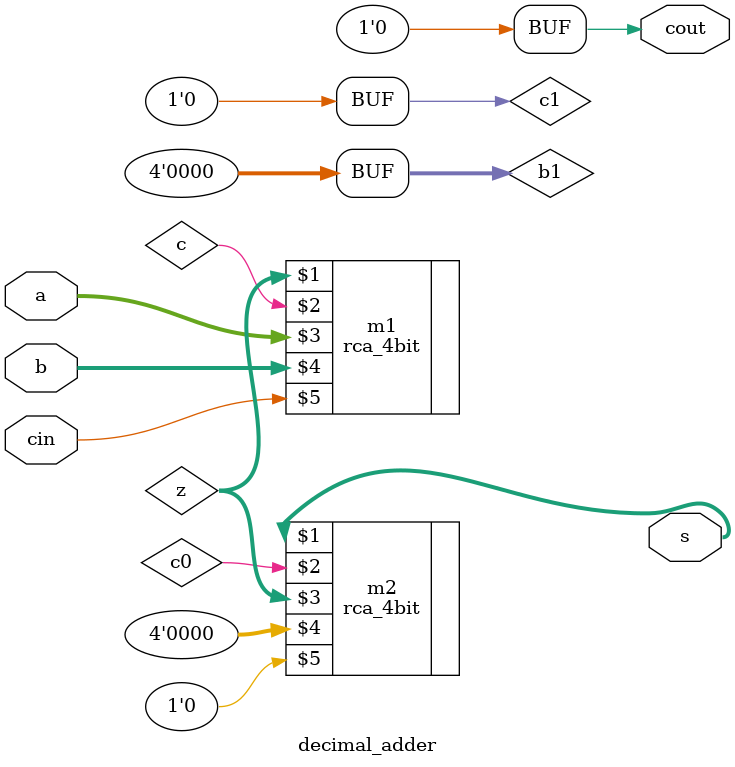
<source format=v>
module decimal_adder(s,cout,a,b,cin);
output [3:0] s;
output cout;
input [3:0] a,b;
input cin;

wire [3:0]z;
wire w0,w1,c,c0,c1;
reg [3:0] b1;

rca_4bit m1(z,c,a,b,cin);
and(w0,z[3],z[2]);
and(w1,z[3],z[1]);
or(cout,w0,w1,c);

assign b1=0;
assign b1[2]=cout;
assign b1[1]=cout;
assign c1=0;

rca_4bit m2(s,c0,z,b1,c1);

endmodule
</source>
